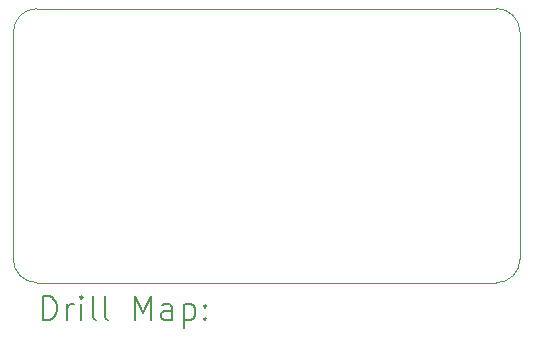
<source format=gbr>
%TF.GenerationSoftware,KiCad,Pcbnew,(6.0.11)*%
%TF.CreationDate,2024-01-24T12:45:55+00:00*%
%TF.ProjectId,Econet_ID_Extender_External,45636f6e-6574-45f4-9944-5f457874656e,rev?*%
%TF.SameCoordinates,Original*%
%TF.FileFunction,Drillmap*%
%TF.FilePolarity,Positive*%
%FSLAX45Y45*%
G04 Gerber Fmt 4.5, Leading zero omitted, Abs format (unit mm)*
G04 Created by KiCad (PCBNEW (6.0.11)) date 2024-01-24 12:45:55*
%MOMM*%
%LPD*%
G01*
G04 APERTURE LIST*
%ADD10C,0.100000*%
%ADD11C,0.200000*%
G04 APERTURE END LIST*
D10*
X16771578Y-10724578D02*
G75*
G03*
X16971578Y-10524578I2J199998D01*
G01*
X12681000Y-8603578D02*
X12681000Y-10524578D01*
X12881000Y-8403580D02*
G75*
G03*
X12681000Y-8603578I0J-200000D01*
G01*
X16971578Y-10524578D02*
X16971578Y-8603578D01*
X16971572Y-8603578D02*
G75*
G03*
X16771578Y-8403578I-199992J8D01*
G01*
X12681002Y-10524578D02*
G75*
G03*
X12881000Y-10724578I199998J-2D01*
G01*
X12881000Y-10724578D02*
X16771578Y-10724578D01*
X12881000Y-8403578D02*
X16771578Y-8403578D01*
D11*
X12933619Y-11040054D02*
X12933619Y-10840054D01*
X12981238Y-10840054D01*
X13009809Y-10849578D01*
X13028857Y-10868626D01*
X13038380Y-10887673D01*
X13047904Y-10925769D01*
X13047904Y-10954340D01*
X13038380Y-10992435D01*
X13028857Y-11011483D01*
X13009809Y-11030531D01*
X12981238Y-11040054D01*
X12933619Y-11040054D01*
X13133619Y-11040054D02*
X13133619Y-10906721D01*
X13133619Y-10944816D02*
X13143142Y-10925769D01*
X13152666Y-10916245D01*
X13171714Y-10906721D01*
X13190761Y-10906721D01*
X13257428Y-11040054D02*
X13257428Y-10906721D01*
X13257428Y-10840054D02*
X13247904Y-10849578D01*
X13257428Y-10859102D01*
X13266952Y-10849578D01*
X13257428Y-10840054D01*
X13257428Y-10859102D01*
X13381238Y-11040054D02*
X13362190Y-11030531D01*
X13352666Y-11011483D01*
X13352666Y-10840054D01*
X13486000Y-11040054D02*
X13466952Y-11030531D01*
X13457428Y-11011483D01*
X13457428Y-10840054D01*
X13714571Y-11040054D02*
X13714571Y-10840054D01*
X13781238Y-10982912D01*
X13847904Y-10840054D01*
X13847904Y-11040054D01*
X14028857Y-11040054D02*
X14028857Y-10935292D01*
X14019333Y-10916245D01*
X14000285Y-10906721D01*
X13962190Y-10906721D01*
X13943142Y-10916245D01*
X14028857Y-11030531D02*
X14009809Y-11040054D01*
X13962190Y-11040054D01*
X13943142Y-11030531D01*
X13933619Y-11011483D01*
X13933619Y-10992435D01*
X13943142Y-10973388D01*
X13962190Y-10963864D01*
X14009809Y-10963864D01*
X14028857Y-10954340D01*
X14124095Y-10906721D02*
X14124095Y-11106721D01*
X14124095Y-10916245D02*
X14143142Y-10906721D01*
X14181238Y-10906721D01*
X14200285Y-10916245D01*
X14209809Y-10925769D01*
X14219333Y-10944816D01*
X14219333Y-11001959D01*
X14209809Y-11021007D01*
X14200285Y-11030531D01*
X14181238Y-11040054D01*
X14143142Y-11040054D01*
X14124095Y-11030531D01*
X14305047Y-11021007D02*
X14314571Y-11030531D01*
X14305047Y-11040054D01*
X14295523Y-11030531D01*
X14305047Y-11021007D01*
X14305047Y-11040054D01*
X14305047Y-10916245D02*
X14314571Y-10925769D01*
X14305047Y-10935292D01*
X14295523Y-10925769D01*
X14305047Y-10916245D01*
X14305047Y-10935292D01*
M02*

</source>
